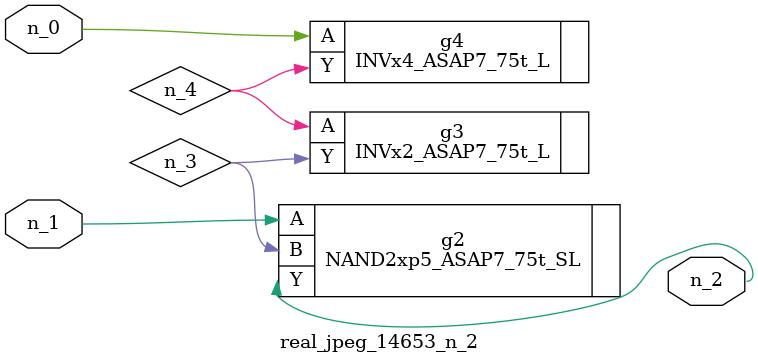
<source format=v>
module real_jpeg_14653_n_2 (n_1, n_0, n_2);

input n_1;
input n_0;

output n_2;

wire n_4;
wire n_3;

INVx4_ASAP7_75t_L g4 ( 
.A(n_0),
.Y(n_4)
);

NAND2xp5_ASAP7_75t_SL g2 ( 
.A(n_1),
.B(n_3),
.Y(n_2)
);

INVx2_ASAP7_75t_L g3 ( 
.A(n_4),
.Y(n_3)
);


endmodule
</source>
